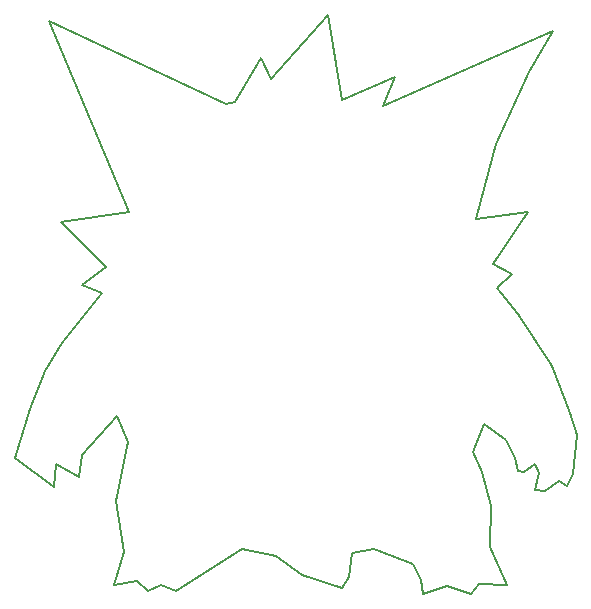
<source format=gko>
G04 DipTrace 2.3.1.0*
%INgengar.GKO*%
%MOIN*%
%ADD11C,0.0055*%
%FSLAX44Y44*%
G04*
G70*
G90*
G75*
G01*
%LNBoardOutline*%
%LPD*%
X15080Y4508D2*
D11*
X14848Y4122D1*
X13522Y4564D1*
X12646Y5182D1*
X11495Y5434D1*
X9306Y4045D1*
X8808Y4228D1*
X8373Y4024D1*
X7995Y4354D1*
X7251Y4213D1*
X7560Y5329D1*
X7293Y7034D1*
X7721Y8984D1*
X7342Y9847D1*
X6185Y8570D1*
X6087Y7819D1*
X5308Y8275D1*
X5245Y7497D1*
X3940Y8472D1*
X4449Y10087D1*
X4955Y11366D1*
X5511Y12302D1*
X6858Y13950D1*
X6192Y14238D1*
X6963Y14813D1*
X5483Y16321D1*
X7742Y16672D1*
X5069Y23014D1*
X10983Y20271D1*
X11292Y20320D1*
X12155Y21800D1*
X12484Y21092D1*
X14364Y23224D1*
X14834Y20404D1*
X16623Y21148D1*
X16223Y20194D1*
X21870Y22705D1*
X21092Y21321D1*
X19983Y18938D1*
X19303Y16434D1*
X21057Y16672D1*
X19892Y14918D1*
X20495Y14589D1*
X20004Y14140D1*
X20716Y13253D1*
X21828Y11530D1*
X22446Y9954D1*
X22663Y9215D1*
X22551Y7931D1*
X22347Y7525D1*
X22081Y7707D1*
X21604Y7377D1*
X21274Y7384D1*
X21414Y7974D1*
X21267Y8261D1*
X20895Y8009D1*
X20706Y8044D1*
X20617Y8456D1*
X20313Y9047D1*
X19569Y9594D1*
X19219Y8661D1*
X19501Y8002D1*
X19815Y6865D1*
X19773Y5497D1*
X20341Y4235D1*
X19415Y4277D1*
X19155Y3940D1*
X18349Y4186D1*
X17556Y3940D1*
X17481Y4399D1*
X17212Y4915D1*
X15915Y5441D1*
X15171Y5308D1*
X15080Y4508D1*
M02*

</source>
